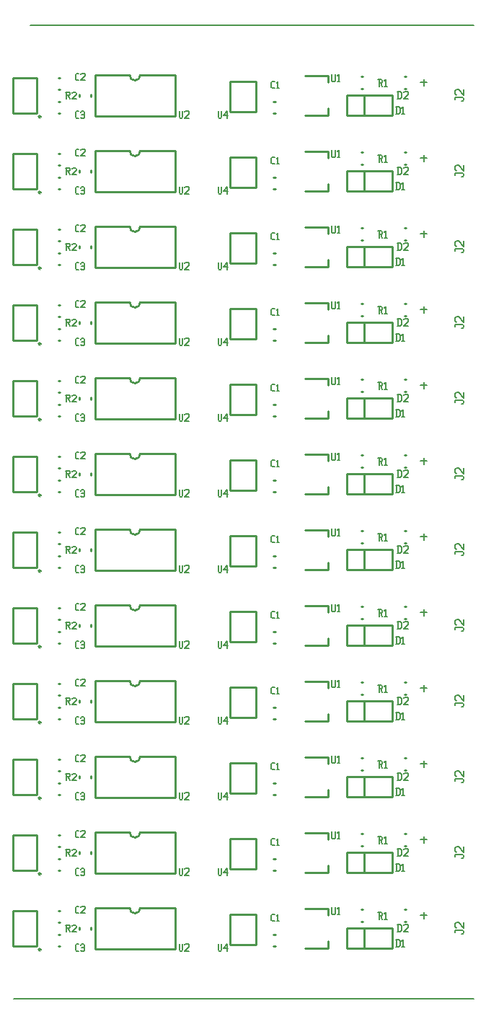
<source format=gbr>
G04 start of page 9 for group -4079 idx -4079 *
G04 Title: (unknown), topsilk *
G04 Creator: pcb 4.0.2 *
G04 CreationDate: Mon Jul 24 21:31:59 2023 UTC *
G04 For: railfan *
G04 Format: Gerber/RS-274X *
G04 PCB-Dimensions (mil): 3000.00 5500.00 *
G04 PCB-Coordinate-Origin: lower left *
%MOIN*%
%FSLAX25Y25*%
%LNTOPSILK*%
%ADD51C,0.0100*%
%ADD50C,0.0080*%
G54D50*X62500Y500000D02*X267500D01*
X243000Y473500D02*X246000D01*
X244500Y475000D02*Y472000D01*
X243000Y438500D02*X246000D01*
X244500Y440000D02*Y437000D01*
X243000Y403500D02*X246000D01*
X244500Y405000D02*Y402000D01*
X243000Y368500D02*X246000D01*
X244500Y370000D02*Y367000D01*
X243000Y333500D02*X246000D01*
X244500Y335000D02*Y332000D01*
X243000Y298500D02*X246000D01*
X244500Y300000D02*Y297000D01*
X55000Y50000D02*X267500D01*
X243000Y263500D02*X246000D01*
X244500Y265000D02*Y262000D01*
X243000Y228500D02*X246000D01*
X244500Y230000D02*Y227000D01*
X243000Y193500D02*X246000D01*
X244500Y195000D02*Y192000D01*
X243000Y158500D02*X246000D01*
X244500Y160000D02*Y157000D01*
X243000Y123500D02*X246000D01*
X244500Y125000D02*Y122000D01*
X243000Y88500D02*X246000D01*
X244500Y90000D02*Y87000D01*
G54D51*X85245Y467893D02*Y467107D01*
X90755Y467893D02*Y467107D01*
X75607Y464755D02*X76393D01*
X75607Y459245D02*X76393D01*
X75607Y475755D02*X76393D01*
X75607Y470245D02*X76393D01*
X54488Y459232D02*X65512D01*
X54488Y475768D02*Y459232D01*
Y475768D02*X65512D01*
Y459232D01*
X67512Y457732D02*G75*G03X67512Y457732I-500J0D01*G01*
X75607Y440755D02*X76393D01*
X75607Y435245D02*X76393D01*
X92500Y477000D02*Y458000D01*
X129500D01*
Y477000D01*
X92500D02*X108500D01*
X129500D02*X113500D01*
X108500D02*G75*G03X113500Y477000I2500J0D01*G01*
X54488Y424232D02*X65512D01*
X54488Y440768D02*Y424232D01*
Y440768D02*X65512D01*
Y424232D01*
X67512Y422732D02*G75*G03X67512Y422732I-500J0D01*G01*
X166900Y473900D02*Y460000D01*
X155100Y473900D02*X166900D01*
X155100D02*Y460000D01*
X166900D01*
Y438900D02*Y425000D01*
X155100Y438900D02*X166900D01*
X155100D02*Y425000D01*
X166900D01*
X92500Y442000D02*Y423000D01*
X129500D01*
Y442000D01*
X92500D02*X108500D01*
X129500D02*X113500D01*
X108500D02*G75*G03X113500Y442000I2500J0D01*G01*
X85245Y432893D02*Y432107D01*
X90755Y432893D02*Y432107D01*
X75607Y429755D02*X76393D01*
X75607Y424245D02*X76393D01*
X85245Y397893D02*Y397107D01*
X90755Y397893D02*Y397107D01*
X75607Y394755D02*X76393D01*
X75607Y389245D02*X76393D01*
X75607Y405755D02*X76393D01*
X75607Y400245D02*X76393D01*
X92500Y407000D02*Y388000D01*
X129500D01*
Y407000D01*
X92500D02*X108500D01*
X129500D02*X113500D01*
X108500D02*G75*G03X113500Y407000I2500J0D01*G01*
X54488Y389232D02*X65512D01*
X54488Y405768D02*Y389232D01*
Y405768D02*X65512D01*
Y389232D01*
X67512Y387732D02*G75*G03X67512Y387732I-500J0D01*G01*
X209000Y73200D02*X230000D01*
X209000Y82800D02*X230000D01*
X209000Y73200D02*Y82800D01*
X230000Y73200D02*Y82800D01*
X217000Y73200D02*Y82800D01*
X189520Y91750D02*X200150D01*
X189520Y73250D02*X200150D01*
Y91750D02*Y88500D01*
Y76500D02*Y73250D01*
X189520Y91750D02*Y91571D01*
Y73429D02*Y73250D01*
X215607Y91255D02*X216393D01*
X215607Y85745D02*X216393D01*
X235607Y91255D02*X236393D01*
X235607Y85745D02*X236393D01*
X85245Y82893D02*Y82107D01*
X90755Y82893D02*Y82107D01*
X92500Y92000D02*Y73000D01*
X129500D01*
Y92000D01*
X92500D02*X108500D01*
X129500D02*X113500D01*
X108500D02*G75*G03X113500Y92000I2500J0D01*G01*
X75607Y79755D02*X76393D01*
X75607Y74245D02*X76393D01*
X54488Y74232D02*X65512D01*
X54488Y90768D02*Y74232D01*
Y90768D02*X65512D01*
Y74232D01*
X67512Y72732D02*G75*G03X67512Y72732I-500J0D01*G01*
X75607Y90755D02*X76393D01*
X75607Y85245D02*X76393D01*
X166900Y88900D02*Y75000D01*
X155100Y88900D02*X166900D01*
X155100D02*Y75000D01*
X166900D01*
X175107Y74245D02*X175893D01*
X175107Y79755D02*X175893D01*
X235607Y476255D02*X236393D01*
X235607Y470745D02*X236393D01*
X189520Y476750D02*X200150D01*
X189520Y458250D02*X200150D01*
Y476750D02*Y473500D01*
Y461500D02*Y458250D01*
X189520Y476750D02*Y476571D01*
Y458429D02*Y458250D01*
X175107Y459245D02*X175893D01*
X175107Y464755D02*X175893D01*
X189520Y441750D02*X200150D01*
X189520Y423250D02*X200150D01*
Y441750D02*Y438500D01*
Y426500D02*Y423250D01*
X189520Y441750D02*Y441571D01*
Y423429D02*Y423250D01*
X175107Y424245D02*X175893D01*
X175107Y429755D02*X175893D01*
X209000Y458200D02*X230000D01*
X209000Y467800D02*X230000D01*
X209000Y458200D02*Y467800D01*
X230000Y458200D02*Y467800D01*
X217000Y458200D02*Y467800D01*
X215607Y476255D02*X216393D01*
X215607Y470745D02*X216393D01*
X215607Y441255D02*X216393D01*
X215607Y435745D02*X216393D01*
X235607Y441255D02*X236393D01*
X235607Y435745D02*X236393D01*
X166900Y403900D02*Y390000D01*
X155100Y403900D02*X166900D01*
X155100D02*Y390000D01*
X166900D01*
Y368900D02*Y355000D01*
X155100Y368900D02*X166900D01*
X155100D02*Y355000D01*
X166900D01*
X189520Y406750D02*X200150D01*
X189520Y388250D02*X200150D01*
Y406750D02*Y403500D01*
Y391500D02*Y388250D01*
X189520Y406750D02*Y406571D01*
Y388429D02*Y388250D01*
X175107Y389245D02*X175893D01*
X175107Y394755D02*X175893D01*
X189520Y371750D02*X200150D01*
X189520Y353250D02*X200150D01*
Y371750D02*Y368500D01*
Y356500D02*Y353250D01*
X189520Y371750D02*Y371571D01*
Y353429D02*Y353250D01*
X209000Y423200D02*X230000D01*
X209000Y432800D02*X230000D01*
X209000Y423200D02*Y432800D01*
X230000Y423200D02*Y432800D01*
X217000Y423200D02*Y432800D01*
X215607Y406255D02*X216393D01*
X215607Y400745D02*X216393D01*
X235607Y406255D02*X236393D01*
X235607Y400745D02*X236393D01*
X175107Y354245D02*X175893D01*
X175107Y359755D02*X175893D01*
X189520Y336750D02*X200150D01*
X189520Y318250D02*X200150D01*
Y336750D02*Y333500D01*
Y321500D02*Y318250D01*
X189520Y336750D02*Y336571D01*
Y318429D02*Y318250D01*
X175107Y319245D02*X175893D01*
X175107Y324755D02*X175893D01*
X209000Y388200D02*X230000D01*
X209000Y397800D02*X230000D01*
X209000Y388200D02*Y397800D01*
X230000Y388200D02*Y397800D01*
X217000Y388200D02*Y397800D01*
X215607Y371255D02*X216393D01*
X215607Y365745D02*X216393D01*
X235607Y371255D02*X236393D01*
X235607Y365745D02*X236393D01*
X209000Y353200D02*X230000D01*
X209000Y362800D02*X230000D01*
X209000Y353200D02*Y362800D01*
X230000Y353200D02*Y362800D01*
X217000Y353200D02*Y362800D01*
X209000Y318200D02*X230000D01*
X209000Y327800D02*X230000D01*
X209000Y318200D02*Y327800D01*
X230000Y318200D02*Y327800D01*
X217000Y318200D02*Y327800D01*
X215607Y336255D02*X216393D01*
X215607Y330745D02*X216393D01*
X235607Y336255D02*X236393D01*
X235607Y330745D02*X236393D01*
X92500Y372000D02*Y353000D01*
X129500D01*
Y372000D01*
X92500D02*X108500D01*
X129500D02*X113500D01*
X108500D02*G75*G03X113500Y372000I2500J0D01*G01*
X85245Y362893D02*Y362107D01*
X90755Y362893D02*Y362107D01*
X75607Y359755D02*X76393D01*
X75607Y354245D02*X76393D01*
X75607Y370755D02*X76393D01*
X75607Y365245D02*X76393D01*
X166900Y333900D02*Y320000D01*
X155100Y333900D02*X166900D01*
X155100D02*Y320000D01*
X166900D01*
X92500Y337000D02*Y318000D01*
X129500D01*
Y337000D01*
X92500D02*X108500D01*
X129500D02*X113500D01*
X108500D02*G75*G03X113500Y337000I2500J0D01*G01*
X54488Y354232D02*X65512D01*
X54488Y370768D02*Y354232D01*
Y370768D02*X65512D01*
Y354232D01*
X67512Y352732D02*G75*G03X67512Y352732I-500J0D01*G01*
X85245Y327893D02*Y327107D01*
X90755Y327893D02*Y327107D01*
X75607Y324755D02*X76393D01*
X75607Y319245D02*X76393D01*
X75607Y335755D02*X76393D01*
X75607Y330245D02*X76393D01*
X54488Y319232D02*X65512D01*
X54488Y335768D02*Y319232D01*
Y335768D02*X65512D01*
Y319232D01*
X67512Y317732D02*G75*G03X67512Y317732I-500J0D01*G01*
X85245Y292893D02*Y292107D01*
X90755Y292893D02*Y292107D01*
X75607Y289755D02*X76393D01*
X75607Y284245D02*X76393D01*
X75607Y265755D02*X76393D01*
X75607Y260245D02*X76393D01*
X75607Y300755D02*X76393D01*
X75607Y295245D02*X76393D01*
X54488Y284232D02*X65512D01*
X54488Y300768D02*Y284232D01*
Y300768D02*X65512D01*
Y284232D01*
X67512Y282732D02*G75*G03X67512Y282732I-500J0D01*G01*
X54488Y249232D02*X65512D01*
X54488Y265768D02*Y249232D01*
Y265768D02*X65512D01*
Y249232D01*
X67512Y247732D02*G75*G03X67512Y247732I-500J0D01*G01*
X54488Y214232D02*X65512D01*
X54488Y230768D02*Y214232D01*
Y230768D02*X65512D01*
Y214232D01*
X67512Y212732D02*G75*G03X67512Y212732I-500J0D01*G01*
X209000Y283200D02*X230000D01*
X209000Y292800D02*X230000D01*
X209000Y283200D02*Y292800D01*
X230000Y283200D02*Y292800D01*
X217000Y283200D02*Y292800D01*
X215607Y301255D02*X216393D01*
X215607Y295745D02*X216393D01*
X235607Y301255D02*X236393D01*
X235607Y295745D02*X236393D01*
X215607Y266255D02*X216393D01*
X215607Y260745D02*X216393D01*
X235607Y266255D02*X236393D01*
X235607Y260745D02*X236393D01*
X189520Y301750D02*X200150D01*
X189520Y283250D02*X200150D01*
Y301750D02*Y298500D01*
Y286500D02*Y283250D01*
X189520Y301750D02*Y301571D01*
Y283429D02*Y283250D01*
X175107Y284245D02*X175893D01*
X175107Y289755D02*X175893D01*
X189520Y266750D02*X200150D01*
X189520Y248250D02*X200150D01*
Y266750D02*Y263500D01*
Y251500D02*Y248250D01*
X189520Y266750D02*Y266571D01*
Y248429D02*Y248250D01*
X175107Y249245D02*X175893D01*
X175107Y254755D02*X175893D01*
X209000Y248200D02*X230000D01*
X209000Y257800D02*X230000D01*
X209000Y248200D02*Y257800D01*
X230000Y248200D02*Y257800D01*
X217000Y248200D02*Y257800D01*
X209000Y213200D02*X230000D01*
X209000Y222800D02*X230000D01*
X209000Y213200D02*Y222800D01*
X230000Y213200D02*Y222800D01*
X217000Y213200D02*Y222800D01*
X215607Y231255D02*X216393D01*
X215607Y225745D02*X216393D01*
X92500Y302000D02*Y283000D01*
X129500D01*
Y302000D01*
X92500D02*X108500D01*
X129500D02*X113500D01*
X108500D02*G75*G03X113500Y302000I2500J0D01*G01*
X166900Y298900D02*Y285000D01*
X155100Y298900D02*X166900D01*
X155100D02*Y285000D01*
X166900D01*
X92500Y267000D02*Y248000D01*
X129500D01*
Y267000D01*
X92500D02*X108500D01*
X129500D02*X113500D01*
X108500D02*G75*G03X113500Y267000I2500J0D01*G01*
X166900Y263900D02*Y250000D01*
X155100Y263900D02*X166900D01*
X155100D02*Y250000D01*
X166900D01*
Y228900D02*Y215000D01*
X155100Y228900D02*X166900D01*
X155100D02*Y215000D01*
X166900D01*
X85245Y257893D02*Y257107D01*
X90755Y257893D02*Y257107D01*
X75607Y254755D02*X76393D01*
X75607Y249245D02*X76393D01*
X75607Y230755D02*X76393D01*
X75607Y225245D02*X76393D01*
X85245Y222893D02*Y222107D01*
X90755Y222893D02*Y222107D01*
X75607Y219755D02*X76393D01*
X75607Y214245D02*X76393D01*
X85245Y187893D02*Y187107D01*
X90755Y187893D02*Y187107D01*
X75607Y184755D02*X76393D01*
X75607Y179245D02*X76393D01*
X75607Y195755D02*X76393D01*
X75607Y190245D02*X76393D01*
X85245Y117893D02*Y117107D01*
X90755Y117893D02*Y117107D01*
X75607Y114755D02*X76393D01*
X75607Y109245D02*X76393D01*
X75607Y125755D02*X76393D01*
X75607Y120245D02*X76393D01*
X54488Y179232D02*X65512D01*
X54488Y195768D02*Y179232D01*
Y195768D02*X65512D01*
Y179232D01*
X67512Y177732D02*G75*G03X67512Y177732I-500J0D01*G01*
X54488Y109232D02*X65512D01*
X54488Y125768D02*Y109232D01*
Y125768D02*X65512D01*
Y109232D01*
X67512Y107732D02*G75*G03X67512Y107732I-500J0D01*G01*
X85245Y152893D02*Y152107D01*
X90755Y152893D02*Y152107D01*
X75607Y149755D02*X76393D01*
X75607Y144245D02*X76393D01*
X75607Y160755D02*X76393D01*
X75607Y155245D02*X76393D01*
X54488Y144232D02*X65512D01*
X54488Y160768D02*Y144232D01*
Y160768D02*X65512D01*
Y144232D01*
X67512Y142732D02*G75*G03X67512Y142732I-500J0D01*G01*
X189520Y231750D02*X200150D01*
X189520Y213250D02*X200150D01*
Y231750D02*Y228500D01*
Y216500D02*Y213250D01*
X189520Y231750D02*Y231571D01*
Y213429D02*Y213250D01*
Y196750D02*X200150D01*
X189520Y178250D02*X200150D01*
Y196750D02*Y193500D01*
Y181500D02*Y178250D01*
X189520Y196750D02*Y196571D01*
Y178429D02*Y178250D01*
Y161750D02*X200150D01*
X189520Y143250D02*X200150D01*
Y161750D02*Y158500D01*
Y146500D02*Y143250D01*
X189520Y161750D02*Y161571D01*
Y143429D02*Y143250D01*
X175107Y214245D02*X175893D01*
X175107Y219755D02*X175893D01*
X175107Y179245D02*X175893D01*
X175107Y184755D02*X175893D01*
X175107Y144245D02*X175893D01*
X175107Y149755D02*X175893D01*
X235607Y231255D02*X236393D01*
X235607Y225745D02*X236393D01*
X235607Y196255D02*X236393D01*
X235607Y190745D02*X236393D01*
X209000Y178200D02*X230000D01*
X209000Y187800D02*X230000D01*
X209000Y178200D02*Y187800D01*
X230000Y178200D02*Y187800D01*
X217000Y178200D02*Y187800D01*
X215607Y196255D02*X216393D01*
X215607Y190745D02*X216393D01*
X209000Y143200D02*X230000D01*
X209000Y152800D02*X230000D01*
X209000Y143200D02*Y152800D01*
X230000Y143200D02*Y152800D01*
X217000Y143200D02*Y152800D01*
X215607Y161255D02*X216393D01*
X215607Y155745D02*X216393D01*
X235607Y161255D02*X236393D01*
X235607Y155745D02*X236393D01*
X209000Y108200D02*X230000D01*
X209000Y117800D02*X230000D01*
X209000Y108200D02*Y117800D01*
X230000Y108200D02*Y117800D01*
X217000Y108200D02*Y117800D01*
X189520Y126750D02*X200150D01*
X189520Y108250D02*X200150D01*
Y126750D02*Y123500D01*
Y111500D02*Y108250D01*
X189520Y126750D02*Y126571D01*
Y108429D02*Y108250D01*
X175107Y109245D02*X175893D01*
X175107Y114755D02*X175893D01*
X215607Y126255D02*X216393D01*
X215607Y120745D02*X216393D01*
X235607Y126255D02*X236393D01*
X235607Y120745D02*X236393D01*
X92500Y232000D02*Y213000D01*
X129500D01*
Y232000D01*
X92500D02*X108500D01*
X129500D02*X113500D01*
X108500D02*G75*G03X113500Y232000I2500J0D01*G01*
X166900Y193900D02*Y180000D01*
X155100Y193900D02*X166900D01*
X155100D02*Y180000D01*
X166900D01*
Y158900D02*Y145000D01*
X155100Y158900D02*X166900D01*
X155100D02*Y145000D01*
X166900D01*
X92500Y197000D02*Y178000D01*
X129500D01*
Y197000D01*
X92500D02*X108500D01*
X129500D02*X113500D01*
X108500D02*G75*G03X113500Y197000I2500J0D01*G01*
X92500Y162000D02*Y143000D01*
X129500D01*
Y162000D01*
X92500D02*X108500D01*
X129500D02*X113500D01*
X108500D02*G75*G03X113500Y162000I2500J0D01*G01*
X166900Y123900D02*Y110000D01*
X155100Y123900D02*X166900D01*
X155100D02*Y110000D01*
X166900D01*
X92500Y127000D02*Y108000D01*
X129500D01*
Y127000D01*
X92500D02*X108500D01*
X129500D02*X113500D01*
X108500D02*G75*G03X113500Y127000I2500J0D01*G01*
G54D50*X149500Y180300D02*Y177500D01*
X149900Y177100D01*
X150700D01*
X151100Y177500D01*
Y180300D02*Y177500D01*
X152060Y178300D02*X153660Y180300D01*
X152060Y178300D02*X154060D01*
X153660Y180300D02*Y177100D01*
X131500Y180230D02*Y177535D01*
X131885Y177150D01*
X132655D01*
X133040Y177535D01*
Y180230D02*Y177535D01*
X133964Y179845D02*X134349Y180230D01*
X135504D01*
X135889Y179845D01*
Y179075D01*
X133964Y177150D02*X135889Y179075D01*
X133964Y177150D02*X135889D01*
X149500Y215300D02*Y212500D01*
X149900Y212100D01*
X150700D01*
X151100Y212500D01*
Y215300D02*Y212500D01*
X152060Y213300D02*X153660Y215300D01*
X152060Y213300D02*X154060D01*
X153660Y215300D02*Y212100D01*
X131500Y215230D02*Y212535D01*
X131885Y212150D01*
X132655D01*
X133040Y212535D01*
Y215230D02*Y212535D01*
X133964Y214845D02*X134349Y215230D01*
X135504D01*
X135889Y214845D01*
Y214075D01*
X133964Y212150D02*X135889Y214075D01*
X133964Y212150D02*X135889D01*
X131500Y145230D02*Y142535D01*
X131885Y142150D01*
X132655D01*
X133040Y142535D01*
Y145230D02*Y142535D01*
X133964Y144845D02*X134349Y145230D01*
X135504D01*
X135889Y144845D01*
Y144075D01*
X133964Y142150D02*X135889Y144075D01*
X133964Y142150D02*X135889D01*
X149500Y145300D02*Y142500D01*
X149900Y142100D01*
X150700D01*
X151100Y142500D01*
Y145300D02*Y142500D01*
X152060Y143300D02*X153660Y145300D01*
X152060Y143300D02*X154060D01*
X153660Y145300D02*Y142100D01*
X149500Y110300D02*Y107500D01*
X149900Y107100D01*
X150700D01*
X151100Y107500D01*
Y110300D02*Y107500D01*
X152060Y108300D02*X153660Y110300D01*
X152060Y108300D02*X154060D01*
X153660Y110300D02*Y107100D01*
X131500Y110230D02*Y107535D01*
X131885Y107150D01*
X132655D01*
X133040Y107535D01*
Y110230D02*Y107535D01*
X133964Y109845D02*X134349Y110230D01*
X135504D01*
X135889Y109845D01*
Y109075D01*
X133964Y107150D02*X135889Y109075D01*
X133964Y107150D02*X135889D01*
X149500Y75300D02*Y72500D01*
X149900Y72100D01*
X150700D01*
X151100Y72500D01*
Y75300D02*Y72500D01*
X152060Y73300D02*X153660Y75300D01*
X152060Y73300D02*X154060D01*
X153660Y75300D02*Y72100D01*
X131500Y75230D02*Y72535D01*
X131885Y72150D01*
X132655D01*
X133040Y72535D01*
Y75230D02*Y72535D01*
X133964Y74845D02*X134349Y75230D01*
X135504D01*
X135889Y74845D01*
Y74075D01*
X133964Y72150D02*X135889Y74075D01*
X133964Y72150D02*X135889D01*
X231900Y217200D02*Y214000D01*
X232940Y217200D02*X233500Y216640D01*
Y214560D01*
X232940Y214000D02*X233500Y214560D01*
X231500Y214000D02*X232940D01*
X231500Y217200D02*X232940D01*
X234460Y216560D02*X235100Y217200D01*
Y214000D01*
X234460D02*X235660D01*
X232750Y224350D02*Y221150D01*
X233790Y224350D02*X234350Y223790D01*
Y221710D01*
X233790Y221150D02*X234350Y221710D01*
X232350Y221150D02*X233790D01*
X232350Y224350D02*X233790D01*
X235310Y223950D02*X235710Y224350D01*
X236910D01*
X237310Y223950D01*
Y223150D01*
X235310Y221150D02*X237310Y223150D01*
X235310Y221150D02*X237310D01*
X231900Y182200D02*Y179000D01*
X232940Y182200D02*X233500Y181640D01*
Y179560D01*
X232940Y179000D02*X233500Y179560D01*
X231500Y179000D02*X232940D01*
X231500Y182200D02*X232940D01*
X234460Y181560D02*X235100Y182200D01*
Y179000D01*
X234460D02*X235660D01*
X232750Y189350D02*Y186150D01*
X233790Y189350D02*X234350Y188790D01*
Y186710D01*
X233790Y186150D02*X234350Y186710D01*
X232350Y186150D02*X233790D01*
X232350Y189350D02*X233790D01*
X235310Y188950D02*X235710Y189350D01*
X236910D01*
X237310Y188950D01*
Y188150D01*
X235310Y186150D02*X237310Y188150D01*
X235310Y186150D02*X237310D01*
X231900Y147200D02*Y144000D01*
X232940Y147200D02*X233500Y146640D01*
Y144560D01*
X232940Y144000D02*X233500Y144560D01*
X231500Y144000D02*X232940D01*
X231500Y147200D02*X232940D01*
X234460Y146560D02*X235100Y147200D01*
Y144000D01*
X234460D02*X235660D01*
X232750Y154350D02*Y151150D01*
X233790Y154350D02*X234350Y153790D01*
Y151710D01*
X233790Y151150D02*X234350Y151710D01*
X232350Y151150D02*X233790D01*
X232350Y154350D02*X233790D01*
X235310Y153950D02*X235710Y154350D01*
X236910D01*
X237310Y153950D01*
Y153150D01*
X235310Y151150D02*X237310Y153150D01*
X235310Y151150D02*X237310D01*
X231900Y112200D02*Y109000D01*
X232940Y112200D02*X233500Y111640D01*
Y109560D01*
X232940Y109000D02*X233500Y109560D01*
X231500Y109000D02*X232940D01*
X231500Y112200D02*X232940D01*
X234460Y111560D02*X235100Y112200D01*
Y109000D01*
X234460D02*X235660D01*
X232750Y119350D02*Y116150D01*
X233790Y119350D02*X234350Y118790D01*
Y116710D01*
X233790Y116150D02*X234350Y116710D01*
X232350Y116150D02*X233790D01*
X232350Y119350D02*X233790D01*
X235310Y118950D02*X235710Y119350D01*
X236910D01*
X237310Y118950D01*
Y118150D01*
X235310Y116150D02*X237310Y118150D01*
X235310Y116150D02*X237310D01*
X231900Y77200D02*Y74000D01*
X232940Y77200D02*X233500Y76640D01*
Y74560D01*
X232940Y74000D02*X233500Y74560D01*
X231500Y74000D02*X232940D01*
X231500Y77200D02*X232940D01*
X234460Y76560D02*X235100Y77200D01*
Y74000D01*
X234460D02*X235660D01*
X232750Y84350D02*Y81150D01*
X233790Y84350D02*X234350Y83790D01*
Y81710D01*
X233790Y81150D02*X234350Y81710D01*
X232350Y81150D02*X233790D01*
X232350Y84350D02*X233790D01*
X235310Y83950D02*X235710Y84350D01*
X236910D01*
X237310Y83950D01*
Y83150D01*
X235310Y81150D02*X237310Y83150D01*
X235310Y81150D02*X237310D01*
X223436Y194850D02*X225036D01*
X225436Y194450D01*
Y193650D01*
X225036Y193250D02*X225436Y193650D01*
X223836Y193250D02*X225036D01*
X223836Y194850D02*Y191650D01*
X224476Y193250D02*X225436Y191650D01*
X226396Y194210D02*X227036Y194850D01*
Y191650D01*
X226396D02*X227596D01*
X223436Y159850D02*X225036D01*
X225436Y159450D01*
Y158650D01*
X225036Y158250D02*X225436Y158650D01*
X223836Y158250D02*X225036D01*
X223836Y159850D02*Y156650D01*
X224476Y158250D02*X225436Y156650D01*
X226396Y159210D02*X227036Y159850D01*
Y156650D01*
X226396D02*X227596D01*
X223436Y124850D02*X225036D01*
X225436Y124450D01*
Y123650D01*
X225036Y123250D02*X225436Y123650D01*
X223836Y123250D02*X225036D01*
X223836Y124850D02*Y121650D01*
X224476Y123250D02*X225436Y121650D01*
X226396Y124210D02*X227036Y124850D01*
Y121650D01*
X226396D02*X227596D01*
X223436Y89850D02*X225036D01*
X225436Y89450D01*
Y88650D01*
X225036Y88250D02*X225436Y88650D01*
X223836Y88250D02*X225036D01*
X223836Y89850D02*Y86650D01*
X224476Y88250D02*X225436Y86650D01*
X226396Y89210D02*X227036Y89850D01*
Y86650D01*
X226396D02*X227596D01*
X259000Y256500D02*Y255700D01*
Y256500D02*X262500D01*
X263000Y256000D02*X262500Y256500D01*
X263000Y256000D02*Y255500D01*
X262500Y255000D02*X263000Y255500D01*
X262000Y255000D02*X262500D01*
X259500Y257700D02*X259000Y258200D01*
Y259700D02*Y258200D01*
Y259700D02*X259500Y260200D01*
X260500D01*
X263000Y257700D02*X260500Y260200D01*
X263000D02*Y257700D01*
X259000Y221500D02*Y220700D01*
Y221500D02*X262500D01*
X263000Y221000D02*X262500Y221500D01*
X263000Y221000D02*Y220500D01*
X262500Y220000D02*X263000Y220500D01*
X262000Y220000D02*X262500D01*
X259500Y222700D02*X259000Y223200D01*
Y224700D02*Y223200D01*
Y224700D02*X259500Y225200D01*
X260500D01*
X263000Y222700D02*X260500Y225200D01*
X263000D02*Y222700D01*
X259000Y186500D02*Y185700D01*
Y186500D02*X262500D01*
X263000Y186000D02*X262500Y186500D01*
X263000Y186000D02*Y185500D01*
X262500Y185000D02*X263000Y185500D01*
X262000Y185000D02*X262500D01*
X259500Y187700D02*X259000Y188200D01*
Y189700D02*Y188200D01*
Y189700D02*X259500Y190200D01*
X260500D01*
X263000Y187700D02*X260500Y190200D01*
X263000D02*Y187700D01*
X259000Y151500D02*Y150700D01*
Y151500D02*X262500D01*
X263000Y151000D02*X262500Y151500D01*
X263000Y151000D02*Y150500D01*
X262500Y150000D02*X263000Y150500D01*
X262000Y150000D02*X262500D01*
X259500Y152700D02*X259000Y153200D01*
Y154700D02*Y153200D01*
Y154700D02*X259500Y155200D01*
X260500D01*
X263000Y152700D02*X260500Y155200D01*
X263000D02*Y152700D01*
X259000Y116500D02*Y115700D01*
Y116500D02*X262500D01*
X263000Y116000D02*X262500Y116500D01*
X263000Y116000D02*Y115500D01*
X262500Y115000D02*X263000Y115500D01*
X262000Y115000D02*X262500D01*
X259500Y117700D02*X259000Y118200D01*
Y119700D02*Y118200D01*
Y119700D02*X259500Y120200D01*
X260500D01*
X263000Y117700D02*X260500Y120200D01*
X263000D02*Y117700D01*
X259000Y81500D02*Y80700D01*
Y81500D02*X262500D01*
X263000Y81000D02*X262500Y81500D01*
X263000Y81000D02*Y80500D01*
X262500Y80000D02*X263000Y80500D01*
X262000Y80000D02*X262500D01*
X259500Y82700D02*X259000Y83200D01*
Y84700D02*Y83200D01*
Y84700D02*X259500Y85200D01*
X260500D01*
X263000Y82700D02*X260500Y85200D01*
X263000D02*Y82700D01*
X78900Y469100D02*X80500D01*
X80900Y468700D01*
Y467900D01*
X80500Y467500D02*X80900Y467900D01*
X79300Y467500D02*X80500D01*
X79300Y469100D02*Y465900D01*
X79940Y467500D02*X80900Y465900D01*
X81860Y468700D02*X82260Y469100D01*
X83460D01*
X83860Y468700D01*
Y467900D01*
X81860Y465900D02*X83860Y467900D01*
X81860Y465900D02*X83860D01*
X84060Y474500D02*X85100D01*
X83500Y475060D02*X84060Y474500D01*
X83500Y477140D02*Y475060D01*
Y477140D02*X84060Y477700D01*
X85100D01*
X86060Y477300D02*X86460Y477700D01*
X87660D01*
X88060Y477300D01*
Y476500D01*
X86060Y474500D02*X88060Y476500D01*
X86060Y474500D02*X88060D01*
X149500Y460300D02*Y457500D01*
X149900Y457100D01*
X150700D01*
X151100Y457500D01*
Y460300D02*Y457500D01*
X152060Y458300D02*X153660Y460300D01*
X152060Y458300D02*X154060D01*
X153660Y460300D02*Y457100D01*
X131500Y460230D02*Y457535D01*
X131885Y457150D01*
X132655D01*
X133040Y457535D01*
Y460230D02*Y457535D01*
X133964Y459845D02*X134349Y460230D01*
X135504D01*
X135889Y459845D01*
Y459075D01*
X133964Y457150D02*X135889Y459075D01*
X133964Y457150D02*X135889D01*
X231900Y462200D02*Y459000D01*
X232940Y462200D02*X233500Y461640D01*
Y459560D01*
X232940Y459000D02*X233500Y459560D01*
X231500Y459000D02*X232940D01*
X231500Y462200D02*X232940D01*
X234460Y461560D02*X235100Y462200D01*
Y459000D01*
X234460D02*X235660D01*
X223436Y474850D02*X225036D01*
X225436Y474450D01*
Y473650D01*
X225036Y473250D02*X225436Y473650D01*
X223836Y473250D02*X225036D01*
X223836Y474850D02*Y471650D01*
X224476Y473250D02*X225436Y471650D01*
X226396Y474210D02*X227036Y474850D01*
Y471650D01*
X226396D02*X227596D01*
X232750Y469350D02*Y466150D01*
X233790Y469350D02*X234350Y468790D01*
Y466710D01*
X233790Y466150D02*X234350Y466710D01*
X232350Y466150D02*X233790D01*
X232350Y469350D02*X233790D01*
X235310Y468950D02*X235710Y469350D01*
X236910D01*
X237310Y468950D01*
Y468150D01*
X235310Y466150D02*X237310Y468150D01*
X235310Y466150D02*X237310D01*
X202000Y477200D02*Y474400D01*
X202400Y474000D01*
X203200D01*
X203600Y474400D01*
Y477200D02*Y474400D01*
X204560Y476560D02*X205200Y477200D01*
Y474000D01*
X204560D02*X205760D01*
X174497Y470906D02*X175537D01*
X173937Y471466D02*X174497Y470906D01*
X173937Y473546D02*Y471466D01*
Y473546D02*X174497Y474106D01*
X175537D01*
X176497Y473466D02*X177137Y474106D01*
Y470906D01*
X176497D02*X177697D01*
X231900Y427200D02*Y424000D01*
X232940Y427200D02*X233500Y426640D01*
Y424560D01*
X232940Y424000D02*X233500Y424560D01*
X231500Y424000D02*X232940D01*
X231500Y427200D02*X232940D01*
X234460Y426560D02*X235100Y427200D01*
Y424000D01*
X234460D02*X235660D01*
X223436Y439850D02*X225036D01*
X225436Y439450D01*
Y438650D01*
X225036Y438250D02*X225436Y438650D01*
X223836Y438250D02*X225036D01*
X223836Y439850D02*Y436650D01*
X224476Y438250D02*X225436Y436650D01*
X226396Y439210D02*X227036Y439850D01*
Y436650D01*
X226396D02*X227596D01*
X232750Y434350D02*Y431150D01*
X233790Y434350D02*X234350Y433790D01*
Y431710D01*
X233790Y431150D02*X234350Y431710D01*
X232350Y431150D02*X233790D01*
X232350Y434350D02*X233790D01*
X235310Y433950D02*X235710Y434350D01*
X236910D01*
X237310Y433950D01*
Y433150D01*
X235310Y431150D02*X237310Y433150D01*
X235310Y431150D02*X237310D01*
X259000Y466500D02*Y465700D01*
Y466500D02*X262500D01*
X263000Y466000D02*X262500Y466500D01*
X263000Y466000D02*Y465500D01*
X262500Y465000D02*X263000Y465500D01*
X262000Y465000D02*X262500D01*
X259500Y467700D02*X259000Y468200D01*
Y469700D02*Y468200D01*
Y469700D02*X259500Y470200D01*
X260500D01*
X263000Y467700D02*X260500Y470200D01*
X263000D02*Y467700D01*
X259000Y431500D02*Y430700D01*
Y431500D02*X262500D01*
X263000Y431000D02*X262500Y431500D01*
X263000Y431000D02*Y430500D01*
X262500Y430000D02*X263000Y430500D01*
X262000Y430000D02*X262500D01*
X259500Y432700D02*X259000Y433200D01*
Y434700D02*Y433200D01*
Y434700D02*X259500Y435200D01*
X260500D01*
X263000Y432700D02*X260500Y435200D01*
X263000D02*Y432700D01*
X259000Y396500D02*Y395700D01*
Y396500D02*X262500D01*
X263000Y396000D02*X262500Y396500D01*
X263000Y396000D02*Y395500D01*
X262500Y395000D02*X263000Y395500D01*
X262000Y395000D02*X262500D01*
X259500Y397700D02*X259000Y398200D01*
Y399700D02*Y398200D01*
Y399700D02*X259500Y400200D01*
X260500D01*
X263000Y397700D02*X260500Y400200D01*
X263000D02*Y397700D01*
X259000Y361500D02*Y360700D01*
Y361500D02*X262500D01*
X263000Y361000D02*X262500Y361500D01*
X263000Y361000D02*Y360500D01*
X262500Y360000D02*X263000Y360500D01*
X262000Y360000D02*X262500D01*
X259500Y362700D02*X259000Y363200D01*
Y364700D02*Y363200D01*
Y364700D02*X259500Y365200D01*
X260500D01*
X263000Y362700D02*X260500Y365200D01*
X263000D02*Y362700D01*
X259000Y326500D02*Y325700D01*
Y326500D02*X262500D01*
X263000Y326000D02*X262500Y326500D01*
X263000Y326000D02*Y325500D01*
X262500Y325000D02*X263000Y325500D01*
X262000Y325000D02*X262500D01*
X259500Y327700D02*X259000Y328200D01*
Y329700D02*Y328200D01*
Y329700D02*X259500Y330200D01*
X260500D01*
X263000Y327700D02*X260500Y330200D01*
X263000D02*Y327700D01*
X259000Y291500D02*Y290700D01*
Y291500D02*X262500D01*
X263000Y291000D02*X262500Y291500D01*
X263000Y291000D02*Y290500D01*
X262500Y290000D02*X263000Y290500D01*
X262000Y290000D02*X262500D01*
X259500Y292700D02*X259000Y293200D01*
Y294700D02*Y293200D01*
Y294700D02*X259500Y295200D01*
X260500D01*
X263000Y292700D02*X260500Y295200D01*
X263000D02*Y292700D01*
X84060Y457000D02*X85100D01*
X83500Y457560D02*X84060Y457000D01*
X83500Y459640D02*Y457560D01*
Y459640D02*X84060Y460200D01*
X85100D01*
X86060Y459800D02*X86460Y460200D01*
X87260D01*
X87660Y459800D01*
X87260Y457000D02*X87660Y457400D01*
X86460Y457000D02*X87260D01*
X86060Y457400D02*X86460Y457000D01*
Y458760D02*X87260D01*
X87660Y459800D02*Y459160D01*
Y458360D02*Y457400D01*
Y458360D02*X87260Y458760D01*
X87660Y459160D02*X87260Y458760D01*
X78900Y434100D02*X80500D01*
X80900Y433700D01*
Y432900D01*
X80500Y432500D02*X80900Y432900D01*
X79300Y432500D02*X80500D01*
X79300Y434100D02*Y430900D01*
X79940Y432500D02*X80900Y430900D01*
X81860Y433700D02*X82260Y434100D01*
X83460D01*
X83860Y433700D01*
Y432900D01*
X81860Y430900D02*X83860Y432900D01*
X81860Y430900D02*X83860D01*
X84060Y439500D02*X85100D01*
X83500Y440060D02*X84060Y439500D01*
X83500Y442140D02*Y440060D01*
Y442140D02*X84060Y442700D01*
X85100D01*
X86060Y442300D02*X86460Y442700D01*
X87660D01*
X88060Y442300D01*
Y441500D01*
X86060Y439500D02*X88060Y441500D01*
X86060Y439500D02*X88060D01*
X84060Y422000D02*X85100D01*
X83500Y422560D02*X84060Y422000D01*
X83500Y424640D02*Y422560D01*
Y424640D02*X84060Y425200D01*
X85100D01*
X86060Y424800D02*X86460Y425200D01*
X87260D01*
X87660Y424800D01*
X87260Y422000D02*X87660Y422400D01*
X86460Y422000D02*X87260D01*
X86060Y422400D02*X86460Y422000D01*
Y423760D02*X87260D01*
X87660Y424800D02*Y424160D01*
Y423360D02*Y422400D01*
Y423360D02*X87260Y423760D01*
X87660Y424160D02*X87260Y423760D01*
X78900Y399100D02*X80500D01*
X80900Y398700D01*
Y397900D01*
X80500Y397500D02*X80900Y397900D01*
X79300Y397500D02*X80500D01*
X79300Y399100D02*Y395900D01*
X79940Y397500D02*X80900Y395900D01*
X81860Y398700D02*X82260Y399100D01*
X83460D01*
X83860Y398700D01*
Y397900D01*
X81860Y395900D02*X83860Y397900D01*
X81860Y395900D02*X83860D01*
X149500Y425300D02*Y422500D01*
X149900Y422100D01*
X150700D01*
X151100Y422500D01*
Y425300D02*Y422500D01*
X152060Y423300D02*X153660Y425300D01*
X152060Y423300D02*X154060D01*
X153660Y425300D02*Y422100D01*
X131500Y425230D02*Y422535D01*
X131885Y422150D01*
X132655D01*
X133040Y422535D01*
Y425230D02*Y422535D01*
X133964Y424845D02*X134349Y425230D01*
X135504D01*
X135889Y424845D01*
Y424075D01*
X133964Y422150D02*X135889Y424075D01*
X133964Y422150D02*X135889D01*
X84060Y404500D02*X85100D01*
X83500Y405060D02*X84060Y404500D01*
X83500Y407140D02*Y405060D01*
Y407140D02*X84060Y407700D01*
X85100D01*
X86060Y407300D02*X86460Y407700D01*
X87660D01*
X88060Y407300D01*
Y406500D01*
X86060Y404500D02*X88060Y406500D01*
X86060Y404500D02*X88060D01*
X149500Y390300D02*Y387500D01*
X149900Y387100D01*
X150700D01*
X151100Y387500D01*
Y390300D02*Y387500D01*
X152060Y388300D02*X153660Y390300D01*
X152060Y388300D02*X154060D01*
X153660Y390300D02*Y387100D01*
X131500Y390230D02*Y387535D01*
X131885Y387150D01*
X132655D01*
X133040Y387535D01*
Y390230D02*Y387535D01*
X133964Y389845D02*X134349Y390230D01*
X135504D01*
X135889Y389845D01*
Y389075D01*
X133964Y387150D02*X135889Y389075D01*
X133964Y387150D02*X135889D01*
X84060Y387000D02*X85100D01*
X83500Y387560D02*X84060Y387000D01*
X83500Y389640D02*Y387560D01*
Y389640D02*X84060Y390200D01*
X85100D01*
X86060Y389800D02*X86460Y390200D01*
X87260D01*
X87660Y389800D01*
X87260Y387000D02*X87660Y387400D01*
X86460Y387000D02*X87260D01*
X86060Y387400D02*X86460Y387000D01*
Y388760D02*X87260D01*
X87660Y389800D02*Y389160D01*
Y388360D02*Y387400D01*
Y388360D02*X87260Y388760D01*
X87660Y389160D02*X87260Y388760D01*
X78900Y364100D02*X80500D01*
X80900Y363700D01*
Y362900D01*
X80500Y362500D02*X80900Y362900D01*
X79300Y362500D02*X80500D01*
X79300Y364100D02*Y360900D01*
X79940Y362500D02*X80900Y360900D01*
X81860Y363700D02*X82260Y364100D01*
X83460D01*
X83860Y363700D01*
Y362900D01*
X81860Y360900D02*X83860Y362900D01*
X81860Y360900D02*X83860D01*
X84060Y369500D02*X85100D01*
X83500Y370060D02*X84060Y369500D01*
X83500Y372140D02*Y370060D01*
Y372140D02*X84060Y372700D01*
X85100D01*
X86060Y372300D02*X86460Y372700D01*
X87660D01*
X88060Y372300D01*
Y371500D01*
X86060Y369500D02*X88060Y371500D01*
X86060Y369500D02*X88060D01*
X149500Y355300D02*Y352500D01*
X149900Y352100D01*
X150700D01*
X151100Y352500D01*
Y355300D02*Y352500D01*
X152060Y353300D02*X153660Y355300D01*
X152060Y353300D02*X154060D01*
X153660Y355300D02*Y352100D01*
X131500Y355230D02*Y352535D01*
X131885Y352150D01*
X132655D01*
X133040Y352535D01*
Y355230D02*Y352535D01*
X133964Y354845D02*X134349Y355230D01*
X135504D01*
X135889Y354845D01*
Y354075D01*
X133964Y352150D02*X135889Y354075D01*
X133964Y352150D02*X135889D01*
X84060Y352000D02*X85100D01*
X83500Y352560D02*X84060Y352000D01*
X83500Y354640D02*Y352560D01*
Y354640D02*X84060Y355200D01*
X85100D01*
X86060Y354800D02*X86460Y355200D01*
X87260D01*
X87660Y354800D01*
X87260Y352000D02*X87660Y352400D01*
X86460Y352000D02*X87260D01*
X86060Y352400D02*X86460Y352000D01*
Y353760D02*X87260D01*
X87660Y354800D02*Y354160D01*
Y353360D02*Y352400D01*
Y353360D02*X87260Y353760D01*
X87660Y354160D02*X87260Y353760D01*
X78900Y329100D02*X80500D01*
X80900Y328700D01*
Y327900D01*
X80500Y327500D02*X80900Y327900D01*
X79300Y327500D02*X80500D01*
X79300Y329100D02*Y325900D01*
X79940Y327500D02*X80900Y325900D01*
X81860Y328700D02*X82260Y329100D01*
X83460D01*
X83860Y328700D01*
Y327900D01*
X81860Y325900D02*X83860Y327900D01*
X81860Y325900D02*X83860D01*
X84060Y317000D02*X85100D01*
X83500Y317560D02*X84060Y317000D01*
X83500Y319640D02*Y317560D01*
Y319640D02*X84060Y320200D01*
X85100D01*
X86060Y319800D02*X86460Y320200D01*
X87260D01*
X87660Y319800D01*
X87260Y317000D02*X87660Y317400D01*
X86460Y317000D02*X87260D01*
X86060Y317400D02*X86460Y317000D01*
Y318760D02*X87260D01*
X87660Y319800D02*Y319160D01*
Y318360D02*Y317400D01*
Y318360D02*X87260Y318760D01*
X87660Y319160D02*X87260Y318760D01*
X84060Y334500D02*X85100D01*
X83500Y335060D02*X84060Y334500D01*
X83500Y337140D02*Y335060D01*
Y337140D02*X84060Y337700D01*
X85100D01*
X86060Y337300D02*X86460Y337700D01*
X87660D01*
X88060Y337300D01*
Y336500D01*
X86060Y334500D02*X88060Y336500D01*
X86060Y334500D02*X88060D01*
X84060Y299500D02*X85100D01*
X83500Y300060D02*X84060Y299500D01*
X83500Y302140D02*Y300060D01*
Y302140D02*X84060Y302700D01*
X85100D01*
X86060Y302300D02*X86460Y302700D01*
X87660D01*
X88060Y302300D01*
Y301500D01*
X86060Y299500D02*X88060Y301500D01*
X86060Y299500D02*X88060D01*
X78900Y294100D02*X80500D01*
X80900Y293700D01*
Y292900D01*
X80500Y292500D02*X80900Y292900D01*
X79300Y292500D02*X80500D01*
X79300Y294100D02*Y290900D01*
X79940Y292500D02*X80900Y290900D01*
X81860Y293700D02*X82260Y294100D01*
X83460D01*
X83860Y293700D01*
Y292900D01*
X81860Y290900D02*X83860Y292900D01*
X81860Y290900D02*X83860D01*
X84060Y282000D02*X85100D01*
X83500Y282560D02*X84060Y282000D01*
X83500Y284640D02*Y282560D01*
Y284640D02*X84060Y285200D01*
X85100D01*
X86060Y284800D02*X86460Y285200D01*
X87260D01*
X87660Y284800D01*
X87260Y282000D02*X87660Y282400D01*
X86460Y282000D02*X87260D01*
X86060Y282400D02*X86460Y282000D01*
Y283760D02*X87260D01*
X87660Y284800D02*Y284160D01*
Y283360D02*Y282400D01*
Y283360D02*X87260Y283760D01*
X87660Y284160D02*X87260Y283760D01*
X78900Y259100D02*X80500D01*
X80900Y258700D01*
Y257900D01*
X80500Y257500D02*X80900Y257900D01*
X79300Y257500D02*X80500D01*
X79300Y259100D02*Y255900D01*
X79940Y257500D02*X80900Y255900D01*
X81860Y258700D02*X82260Y259100D01*
X83460D01*
X83860Y258700D01*
Y257900D01*
X81860Y255900D02*X83860Y257900D01*
X81860Y255900D02*X83860D01*
X84060Y247000D02*X85100D01*
X83500Y247560D02*X84060Y247000D01*
X83500Y249640D02*Y247560D01*
Y249640D02*X84060Y250200D01*
X85100D01*
X86060Y249800D02*X86460Y250200D01*
X87260D01*
X87660Y249800D01*
X87260Y247000D02*X87660Y247400D01*
X86460Y247000D02*X87260D01*
X86060Y247400D02*X86460Y247000D01*
Y248760D02*X87260D01*
X87660Y249800D02*Y249160D01*
Y248360D02*Y247400D01*
Y248360D02*X87260Y248760D01*
X87660Y249160D02*X87260Y248760D01*
X84060Y264500D02*X85100D01*
X83500Y265060D02*X84060Y264500D01*
X83500Y267140D02*Y265060D01*
Y267140D02*X84060Y267700D01*
X85100D01*
X86060Y267300D02*X86460Y267700D01*
X87660D01*
X88060Y267300D01*
Y266500D01*
X86060Y264500D02*X88060Y266500D01*
X86060Y264500D02*X88060D01*
X78900Y224100D02*X80500D01*
X80900Y223700D01*
Y222900D01*
X80500Y222500D02*X80900Y222900D01*
X79300Y222500D02*X80500D01*
X79300Y224100D02*Y220900D01*
X79940Y222500D02*X80900Y220900D01*
X81860Y223700D02*X82260Y224100D01*
X83460D01*
X83860Y223700D01*
Y222900D01*
X81860Y220900D02*X83860Y222900D01*
X81860Y220900D02*X83860D01*
X84060Y212000D02*X85100D01*
X83500Y212560D02*X84060Y212000D01*
X83500Y214640D02*Y212560D01*
Y214640D02*X84060Y215200D01*
X85100D01*
X86060Y214800D02*X86460Y215200D01*
X87260D01*
X87660Y214800D01*
X87260Y212000D02*X87660Y212400D01*
X86460Y212000D02*X87260D01*
X86060Y212400D02*X86460Y212000D01*
Y213760D02*X87260D01*
X87660Y214800D02*Y214160D01*
Y213360D02*Y212400D01*
Y213360D02*X87260Y213760D01*
X87660Y214160D02*X87260Y213760D01*
X84060Y229500D02*X85100D01*
X83500Y230060D02*X84060Y229500D01*
X83500Y232140D02*Y230060D01*
Y232140D02*X84060Y232700D01*
X85100D01*
X86060Y232300D02*X86460Y232700D01*
X87660D01*
X88060Y232300D01*
Y231500D01*
X86060Y229500D02*X88060Y231500D01*
X86060Y229500D02*X88060D01*
X78900Y189100D02*X80500D01*
X80900Y188700D01*
Y187900D01*
X80500Y187500D02*X80900Y187900D01*
X79300Y187500D02*X80500D01*
X79300Y189100D02*Y185900D01*
X79940Y187500D02*X80900Y185900D01*
X81860Y188700D02*X82260Y189100D01*
X83460D01*
X83860Y188700D01*
Y187900D01*
X81860Y185900D02*X83860Y187900D01*
X81860Y185900D02*X83860D01*
X84060Y177000D02*X85100D01*
X83500Y177560D02*X84060Y177000D01*
X83500Y179640D02*Y177560D01*
Y179640D02*X84060Y180200D01*
X85100D01*
X86060Y179800D02*X86460Y180200D01*
X87260D01*
X87660Y179800D01*
X87260Y177000D02*X87660Y177400D01*
X86460Y177000D02*X87260D01*
X86060Y177400D02*X86460Y177000D01*
Y178760D02*X87260D01*
X87660Y179800D02*Y179160D01*
Y178360D02*Y177400D01*
Y178360D02*X87260Y178760D01*
X87660Y179160D02*X87260Y178760D01*
X84060Y194500D02*X85100D01*
X83500Y195060D02*X84060Y194500D01*
X83500Y197140D02*Y195060D01*
Y197140D02*X84060Y197700D01*
X85100D01*
X86060Y197300D02*X86460Y197700D01*
X87660D01*
X88060Y197300D01*
Y196500D01*
X86060Y194500D02*X88060Y196500D01*
X86060Y194500D02*X88060D01*
X78900Y154100D02*X80500D01*
X80900Y153700D01*
Y152900D01*
X80500Y152500D02*X80900Y152900D01*
X79300Y152500D02*X80500D01*
X79300Y154100D02*Y150900D01*
X79940Y152500D02*X80900Y150900D01*
X81860Y153700D02*X82260Y154100D01*
X83460D01*
X83860Y153700D01*
Y152900D01*
X81860Y150900D02*X83860Y152900D01*
X81860Y150900D02*X83860D01*
X84060Y142000D02*X85100D01*
X83500Y142560D02*X84060Y142000D01*
X83500Y144640D02*Y142560D01*
Y144640D02*X84060Y145200D01*
X85100D01*
X86060Y144800D02*X86460Y145200D01*
X87260D01*
X87660Y144800D01*
X87260Y142000D02*X87660Y142400D01*
X86460Y142000D02*X87260D01*
X86060Y142400D02*X86460Y142000D01*
Y143760D02*X87260D01*
X87660Y144800D02*Y144160D01*
Y143360D02*Y142400D01*
Y143360D02*X87260Y143760D01*
X87660Y144160D02*X87260Y143760D01*
X84060Y159500D02*X85100D01*
X83500Y160060D02*X84060Y159500D01*
X83500Y162140D02*Y160060D01*
Y162140D02*X84060Y162700D01*
X85100D01*
X86060Y162300D02*X86460Y162700D01*
X87660D01*
X88060Y162300D01*
Y161500D01*
X86060Y159500D02*X88060Y161500D01*
X86060Y159500D02*X88060D01*
X78900Y119100D02*X80500D01*
X80900Y118700D01*
Y117900D01*
X80500Y117500D02*X80900Y117900D01*
X79300Y117500D02*X80500D01*
X79300Y119100D02*Y115900D01*
X79940Y117500D02*X80900Y115900D01*
X81860Y118700D02*X82260Y119100D01*
X83460D01*
X83860Y118700D01*
Y117900D01*
X81860Y115900D02*X83860Y117900D01*
X81860Y115900D02*X83860D01*
X84060Y107000D02*X85100D01*
X83500Y107560D02*X84060Y107000D01*
X83500Y109640D02*Y107560D01*
Y109640D02*X84060Y110200D01*
X85100D01*
X86060Y109800D02*X86460Y110200D01*
X87260D01*
X87660Y109800D01*
X87260Y107000D02*X87660Y107400D01*
X86460Y107000D02*X87260D01*
X86060Y107400D02*X86460Y107000D01*
Y108760D02*X87260D01*
X87660Y109800D02*Y109160D01*
Y108360D02*Y107400D01*
Y108360D02*X87260Y108760D01*
X87660Y109160D02*X87260Y108760D01*
X84060Y124500D02*X85100D01*
X83500Y125060D02*X84060Y124500D01*
X83500Y127140D02*Y125060D01*
Y127140D02*X84060Y127700D01*
X85100D01*
X86060Y127300D02*X86460Y127700D01*
X87660D01*
X88060Y127300D01*
Y126500D01*
X86060Y124500D02*X88060Y126500D01*
X86060Y124500D02*X88060D01*
X78900Y84100D02*X80500D01*
X80900Y83700D01*
Y82900D01*
X80500Y82500D02*X80900Y82900D01*
X79300Y82500D02*X80500D01*
X79300Y84100D02*Y80900D01*
X79940Y82500D02*X80900Y80900D01*
X81860Y83700D02*X82260Y84100D01*
X83460D01*
X83860Y83700D01*
Y82900D01*
X81860Y80900D02*X83860Y82900D01*
X81860Y80900D02*X83860D01*
X84060Y72000D02*X85100D01*
X83500Y72560D02*X84060Y72000D01*
X83500Y74640D02*Y72560D01*
Y74640D02*X84060Y75200D01*
X85100D01*
X86060Y74800D02*X86460Y75200D01*
X87260D01*
X87660Y74800D01*
X87260Y72000D02*X87660Y72400D01*
X86460Y72000D02*X87260D01*
X86060Y72400D02*X86460Y72000D01*
Y73760D02*X87260D01*
X87660Y74800D02*Y74160D01*
Y73360D02*Y72400D01*
Y73360D02*X87260Y73760D01*
X87660Y74160D02*X87260Y73760D01*
X84060Y89500D02*X85100D01*
X83500Y90060D02*X84060Y89500D01*
X83500Y92140D02*Y90060D01*
Y92140D02*X84060Y92700D01*
X85100D01*
X86060Y92300D02*X86460Y92700D01*
X87660D01*
X88060Y92300D01*
Y91500D01*
X86060Y89500D02*X88060Y91500D01*
X86060Y89500D02*X88060D01*
X202000Y442200D02*Y439400D01*
X202400Y439000D01*
X203200D01*
X203600Y439400D01*
Y442200D02*Y439400D01*
X204560Y441560D02*X205200Y442200D01*
Y439000D01*
X204560D02*X205760D01*
X202000Y407200D02*Y404400D01*
X202400Y404000D01*
X203200D01*
X203600Y404400D01*
Y407200D02*Y404400D01*
X204560Y406560D02*X205200Y407200D01*
Y404000D01*
X204560D02*X205760D01*
X202000Y337200D02*Y334400D01*
X202400Y334000D01*
X203200D01*
X203600Y334400D01*
Y337200D02*Y334400D01*
X204560Y336560D02*X205200Y337200D01*
Y334000D01*
X204560D02*X205760D01*
X202000Y302200D02*Y299400D01*
X202400Y299000D01*
X203200D01*
X203600Y299400D01*
Y302200D02*Y299400D01*
X204560Y301560D02*X205200Y302200D01*
Y299000D01*
X204560D02*X205760D01*
X202000Y267200D02*Y264400D01*
X202400Y264000D01*
X203200D01*
X203600Y264400D01*
Y267200D02*Y264400D01*
X204560Y266560D02*X205200Y267200D01*
Y264000D01*
X204560D02*X205760D01*
X174497Y435906D02*X175537D01*
X173937Y436466D02*X174497Y435906D01*
X173937Y438546D02*Y436466D01*
Y438546D02*X174497Y439106D01*
X175537D01*
X176497Y438466D02*X177137Y439106D01*
Y435906D01*
X176497D02*X177697D01*
X174497Y400906D02*X175537D01*
X173937Y401466D02*X174497Y400906D01*
X173937Y403546D02*Y401466D01*
Y403546D02*X174497Y404106D01*
X175537D01*
X176497Y403466D02*X177137Y404106D01*
Y400906D01*
X176497D02*X177697D01*
X174497Y365906D02*X175537D01*
X173937Y366466D02*X174497Y365906D01*
X173937Y368546D02*Y366466D01*
Y368546D02*X174497Y369106D01*
X175537D01*
X176497Y368466D02*X177137Y369106D01*
Y365906D01*
X176497D02*X177697D01*
X174497Y330906D02*X175537D01*
X173937Y331466D02*X174497Y330906D01*
X173937Y333546D02*Y331466D01*
Y333546D02*X174497Y334106D01*
X175537D01*
X176497Y333466D02*X177137Y334106D01*
Y330906D01*
X176497D02*X177697D01*
X174497Y295906D02*X175537D01*
X173937Y296466D02*X174497Y295906D01*
X173937Y298546D02*Y296466D01*
Y298546D02*X174497Y299106D01*
X175537D01*
X176497Y298466D02*X177137Y299106D01*
Y295906D01*
X176497D02*X177697D01*
X174497Y260906D02*X175537D01*
X173937Y261466D02*X174497Y260906D01*
X173937Y263546D02*Y261466D01*
Y263546D02*X174497Y264106D01*
X175537D01*
X176497Y263466D02*X177137Y264106D01*
Y260906D01*
X176497D02*X177697D01*
X174497Y225906D02*X175537D01*
X173937Y226466D02*X174497Y225906D01*
X173937Y228546D02*Y226466D01*
Y228546D02*X174497Y229106D01*
X175537D01*
X176497Y228466D02*X177137Y229106D01*
Y225906D01*
X176497D02*X177697D01*
X174497Y190906D02*X175537D01*
X173937Y191466D02*X174497Y190906D01*
X173937Y193546D02*Y191466D01*
Y193546D02*X174497Y194106D01*
X175537D01*
X176497Y193466D02*X177137Y194106D01*
Y190906D01*
X176497D02*X177697D01*
X174497Y155906D02*X175537D01*
X173937Y156466D02*X174497Y155906D01*
X173937Y158546D02*Y156466D01*
Y158546D02*X174497Y159106D01*
X175537D01*
X176497Y158466D02*X177137Y159106D01*
Y155906D01*
X176497D02*X177697D01*
X174497Y120906D02*X175537D01*
X173937Y121466D02*X174497Y120906D01*
X173937Y123546D02*Y121466D01*
Y123546D02*X174497Y124106D01*
X175537D01*
X176497Y123466D02*X177137Y124106D01*
Y120906D01*
X176497D02*X177697D01*
X174497Y85906D02*X175537D01*
X173937Y86466D02*X174497Y85906D01*
X173937Y88546D02*Y86466D01*
Y88546D02*X174497Y89106D01*
X175537D01*
X176497Y88466D02*X177137Y89106D01*
Y85906D01*
X176497D02*X177697D01*
X231900Y392200D02*Y389000D01*
X232940Y392200D02*X233500Y391640D01*
Y389560D01*
X232940Y389000D02*X233500Y389560D01*
X231500Y389000D02*X232940D01*
X231500Y392200D02*X232940D01*
X234460Y391560D02*X235100Y392200D01*
Y389000D01*
X234460D02*X235660D01*
X223436Y404850D02*X225036D01*
X225436Y404450D01*
Y403650D01*
X225036Y403250D02*X225436Y403650D01*
X223836Y403250D02*X225036D01*
X223836Y404850D02*Y401650D01*
X224476Y403250D02*X225436Y401650D01*
X226396Y404210D02*X227036Y404850D01*
Y401650D01*
X226396D02*X227596D01*
X232750Y399350D02*Y396150D01*
X233790Y399350D02*X234350Y398790D01*
Y396710D01*
X233790Y396150D02*X234350Y396710D01*
X232350Y396150D02*X233790D01*
X232350Y399350D02*X233790D01*
X235310Y398950D02*X235710Y399350D01*
X236910D01*
X237310Y398950D01*
Y398150D01*
X235310Y396150D02*X237310Y398150D01*
X235310Y396150D02*X237310D01*
X231900Y357200D02*Y354000D01*
X232940Y357200D02*X233500Y356640D01*
Y354560D01*
X232940Y354000D02*X233500Y354560D01*
X231500Y354000D02*X232940D01*
X231500Y357200D02*X232940D01*
X234460Y356560D02*X235100Y357200D01*
Y354000D01*
X234460D02*X235660D01*
X223436Y369850D02*X225036D01*
X225436Y369450D01*
Y368650D01*
X225036Y368250D02*X225436Y368650D01*
X223836Y368250D02*X225036D01*
X223836Y369850D02*Y366650D01*
X224476Y368250D02*X225436Y366650D01*
X226396Y369210D02*X227036Y369850D01*
Y366650D01*
X226396D02*X227596D01*
X232750Y364350D02*Y361150D01*
X233790Y364350D02*X234350Y363790D01*
Y361710D01*
X233790Y361150D02*X234350Y361710D01*
X232350Y361150D02*X233790D01*
X232350Y364350D02*X233790D01*
X235310Y363950D02*X235710Y364350D01*
X236910D01*
X237310Y363950D01*
Y363150D01*
X235310Y361150D02*X237310Y363150D01*
X235310Y361150D02*X237310D01*
X231900Y322200D02*Y319000D01*
X232940Y322200D02*X233500Y321640D01*
Y319560D01*
X232940Y319000D02*X233500Y319560D01*
X231500Y319000D02*X232940D01*
X231500Y322200D02*X232940D01*
X234460Y321560D02*X235100Y322200D01*
Y319000D01*
X234460D02*X235660D01*
X223436Y334850D02*X225036D01*
X225436Y334450D01*
Y333650D01*
X225036Y333250D02*X225436Y333650D01*
X223836Y333250D02*X225036D01*
X223836Y334850D02*Y331650D01*
X224476Y333250D02*X225436Y331650D01*
X226396Y334210D02*X227036Y334850D01*
Y331650D01*
X226396D02*X227596D01*
X232750Y329350D02*Y326150D01*
X233790Y329350D02*X234350Y328790D01*
Y326710D01*
X233790Y326150D02*X234350Y326710D01*
X232350Y326150D02*X233790D01*
X232350Y329350D02*X233790D01*
X235310Y328950D02*X235710Y329350D01*
X236910D01*
X237310Y328950D01*
Y328150D01*
X235310Y326150D02*X237310Y328150D01*
X235310Y326150D02*X237310D01*
X149500Y250300D02*Y247500D01*
X149900Y247100D01*
X150700D01*
X151100Y247500D01*
Y250300D02*Y247500D01*
X152060Y248300D02*X153660Y250300D01*
X152060Y248300D02*X154060D01*
X153660Y250300D02*Y247100D01*
X149500Y285300D02*Y282500D01*
X149900Y282100D01*
X150700D01*
X151100Y282500D01*
Y285300D02*Y282500D01*
X152060Y283300D02*X153660Y285300D01*
X152060Y283300D02*X154060D01*
X153660Y285300D02*Y282100D01*
X149500Y320300D02*Y317500D01*
X149900Y317100D01*
X150700D01*
X151100Y317500D01*
Y320300D02*Y317500D01*
X152060Y318300D02*X153660Y320300D01*
X152060Y318300D02*X154060D01*
X153660Y320300D02*Y317100D01*
X131500Y320230D02*Y317535D01*
X131885Y317150D01*
X132655D01*
X133040Y317535D01*
Y320230D02*Y317535D01*
X133964Y319845D02*X134349Y320230D01*
X135504D01*
X135889Y319845D01*
Y319075D01*
X133964Y317150D02*X135889Y319075D01*
X133964Y317150D02*X135889D01*
X131500Y285230D02*Y282535D01*
X131885Y282150D01*
X132655D01*
X133040Y282535D01*
Y285230D02*Y282535D01*
X133964Y284845D02*X134349Y285230D01*
X135504D01*
X135889Y284845D01*
Y284075D01*
X133964Y282150D02*X135889Y284075D01*
X133964Y282150D02*X135889D01*
X131500Y250230D02*Y247535D01*
X131885Y247150D01*
X132655D01*
X133040Y247535D01*
Y250230D02*Y247535D01*
X133964Y249845D02*X134349Y250230D01*
X135504D01*
X135889Y249845D01*
Y249075D01*
X133964Y247150D02*X135889Y249075D01*
X133964Y247150D02*X135889D01*
X202000Y372200D02*Y369400D01*
X202400Y369000D01*
X203200D01*
X203600Y369400D01*
Y372200D02*Y369400D01*
X204560Y371560D02*X205200Y372200D01*
Y369000D01*
X204560D02*X205760D01*
X202000Y232200D02*Y229400D01*
X202400Y229000D01*
X203200D01*
X203600Y229400D01*
Y232200D02*Y229400D01*
X204560Y231560D02*X205200Y232200D01*
Y229000D01*
X204560D02*X205760D01*
X202000Y197200D02*Y194400D01*
X202400Y194000D01*
X203200D01*
X203600Y194400D01*
Y197200D02*Y194400D01*
X204560Y196560D02*X205200Y197200D01*
Y194000D01*
X204560D02*X205760D01*
X202000Y162200D02*Y159400D01*
X202400Y159000D01*
X203200D01*
X203600Y159400D01*
Y162200D02*Y159400D01*
X204560Y161560D02*X205200Y162200D01*
Y159000D01*
X204560D02*X205760D01*
X202000Y127200D02*Y124400D01*
X202400Y124000D01*
X203200D01*
X203600Y124400D01*
Y127200D02*Y124400D01*
X204560Y126560D02*X205200Y127200D01*
Y124000D01*
X204560D02*X205760D01*
X202000Y92200D02*Y89400D01*
X202400Y89000D01*
X203200D01*
X203600Y89400D01*
Y92200D02*Y89400D01*
X204560Y91560D02*X205200Y92200D01*
Y89000D01*
X204560D02*X205760D01*
X231900Y287200D02*Y284000D01*
X232940Y287200D02*X233500Y286640D01*
Y284560D01*
X232940Y284000D02*X233500Y284560D01*
X231500Y284000D02*X232940D01*
X231500Y287200D02*X232940D01*
X234460Y286560D02*X235100Y287200D01*
Y284000D01*
X234460D02*X235660D01*
X231900Y252200D02*Y249000D01*
X232940Y252200D02*X233500Y251640D01*
Y249560D01*
X232940Y249000D02*X233500Y249560D01*
X231500Y249000D02*X232940D01*
X231500Y252200D02*X232940D01*
X234460Y251560D02*X235100Y252200D01*
Y249000D01*
X234460D02*X235660D01*
X232750Y259350D02*Y256150D01*
X233790Y259350D02*X234350Y258790D01*
Y256710D01*
X233790Y256150D02*X234350Y256710D01*
X232350Y256150D02*X233790D01*
X232350Y259350D02*X233790D01*
X235310Y258950D02*X235710Y259350D01*
X236910D01*
X237310Y258950D01*
Y258150D01*
X235310Y256150D02*X237310Y258150D01*
X235310Y256150D02*X237310D01*
X223436Y299850D02*X225036D01*
X225436Y299450D01*
Y298650D01*
X225036Y298250D02*X225436Y298650D01*
X223836Y298250D02*X225036D01*
X223836Y299850D02*Y296650D01*
X224476Y298250D02*X225436Y296650D01*
X226396Y299210D02*X227036Y299850D01*
Y296650D01*
X226396D02*X227596D01*
X223436Y264850D02*X225036D01*
X225436Y264450D01*
Y263650D01*
X225036Y263250D02*X225436Y263650D01*
X223836Y263250D02*X225036D01*
X223836Y264850D02*Y261650D01*
X224476Y263250D02*X225436Y261650D01*
X226396Y264210D02*X227036Y264850D01*
Y261650D01*
X226396D02*X227596D01*
X223436Y229850D02*X225036D01*
X225436Y229450D01*
Y228650D01*
X225036Y228250D02*X225436Y228650D01*
X223836Y228250D02*X225036D01*
X223836Y229850D02*Y226650D01*
X224476Y228250D02*X225436Y226650D01*
X226396Y229210D02*X227036Y229850D01*
Y226650D01*
X226396D02*X227596D01*
X232750Y294350D02*Y291150D01*
X233790Y294350D02*X234350Y293790D01*
Y291710D01*
X233790Y291150D02*X234350Y291710D01*
X232350Y291150D02*X233790D01*
X232350Y294350D02*X233790D01*
X235310Y293950D02*X235710Y294350D01*
X236910D01*
X237310Y293950D01*
Y293150D01*
X235310Y291150D02*X237310Y293150D01*
X235310Y291150D02*X237310D01*
M02*

</source>
